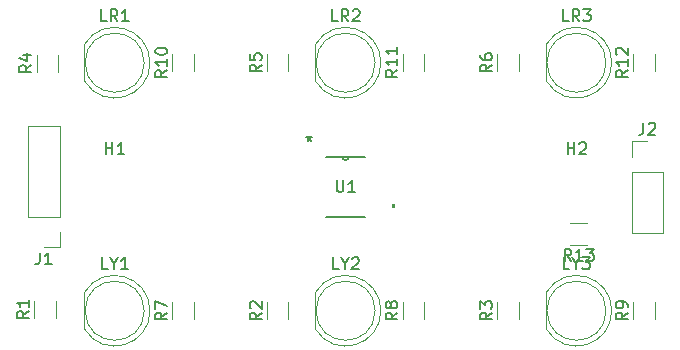
<source format=gbr>
%TF.GenerationSoftware,KiCad,Pcbnew,6.0.11-3.fc37*%
%TF.CreationDate,2023-02-25T11:33:27-07:00*%
%TF.ProjectId,lightPCB,6c696768-7450-4434-922e-6b696361645f,rev?*%
%TF.SameCoordinates,PX69db9c0PY6779420*%
%TF.FileFunction,Legend,Top*%
%TF.FilePolarity,Positive*%
%FSLAX46Y46*%
G04 Gerber Fmt 4.6, Leading zero omitted, Abs format (unit mm)*
G04 Created by KiCad (PCBNEW 6.0.11-3.fc37) date 2023-02-25 11:33:27*
%MOMM*%
%LPD*%
G01*
G04 APERTURE LIST*
%ADD10C,0.150000*%
%ADD11C,0.120000*%
%ADD12C,0.152400*%
G04 APERTURE END LIST*
D10*
%TO.C,R12*%
X53632380Y24857143D02*
X53156190Y24523810D01*
X53632380Y24285715D02*
X52632380Y24285715D01*
X52632380Y24666667D01*
X52680000Y24761905D01*
X52727619Y24809524D01*
X52822857Y24857143D01*
X52965714Y24857143D01*
X53060952Y24809524D01*
X53108571Y24761905D01*
X53156190Y24666667D01*
X53156190Y24285715D01*
X53632380Y25809524D02*
X53632380Y25238096D01*
X53632380Y25523810D02*
X52632380Y25523810D01*
X52775238Y25428572D01*
X52870476Y25333334D01*
X52918095Y25238096D01*
X52727619Y26190477D02*
X52680000Y26238096D01*
X52632380Y26333334D01*
X52632380Y26571429D01*
X52680000Y26666667D01*
X52727619Y26714286D01*
X52822857Y26761905D01*
X52918095Y26761905D01*
X53060952Y26714286D01*
X53632380Y26142858D01*
X53632380Y26761905D01*
%TO.C,LY2*%
X29149729Y8007620D02*
X28673539Y8007620D01*
X28673539Y9007620D01*
X29673539Y8483810D02*
X29673539Y8007620D01*
X29340206Y9007620D02*
X29673539Y8483810D01*
X30006872Y9007620D01*
X30292587Y8912381D02*
X30340206Y8960000D01*
X30435444Y9007620D01*
X30673539Y9007620D01*
X30768777Y8960000D01*
X30816396Y8912381D01*
X30864015Y8817143D01*
X30864015Y8721905D01*
X30816396Y8579048D01*
X30244968Y8007620D01*
X30864015Y8007620D01*
%TO.C,R9*%
X53632380Y4333334D02*
X53156190Y4000000D01*
X53632380Y3761905D02*
X52632380Y3761905D01*
X52632380Y4142858D01*
X52680000Y4238096D01*
X52727619Y4285715D01*
X52822857Y4333334D01*
X52965714Y4333334D01*
X53060952Y4285715D01*
X53108571Y4238096D01*
X53156190Y4142858D01*
X53156190Y3761905D01*
X53632380Y4809524D02*
X53632380Y5000000D01*
X53584761Y5095239D01*
X53537142Y5142858D01*
X53394285Y5238096D01*
X53203809Y5285715D01*
X52822857Y5285715D01*
X52727619Y5238096D01*
X52680000Y5190477D01*
X52632380Y5095239D01*
X52632380Y4904762D01*
X52680000Y4809524D01*
X52727619Y4761905D01*
X52822857Y4714286D01*
X53060952Y4714286D01*
X53156190Y4761905D01*
X53203809Y4809524D01*
X53251428Y4904762D01*
X53251428Y5095239D01*
X53203809Y5190477D01*
X53156190Y5238096D01*
X53060952Y5285715D01*
%TO.C,R1*%
X2932380Y4470834D02*
X2456190Y4137500D01*
X2932380Y3899405D02*
X1932380Y3899405D01*
X1932380Y4280358D01*
X1980000Y4375596D01*
X2027619Y4423215D01*
X2122857Y4470834D01*
X2265714Y4470834D01*
X2360952Y4423215D01*
X2408571Y4375596D01*
X2456190Y4280358D01*
X2456190Y3899405D01*
X2932380Y5423215D02*
X2932380Y4851786D01*
X2932380Y5137500D02*
X1932380Y5137500D01*
X2075238Y5042262D01*
X2170476Y4947024D01*
X2218095Y4851786D01*
%TO.C,LR2*%
X29078301Y29007620D02*
X28602110Y29007620D01*
X28602110Y30007620D01*
X29983063Y29007620D02*
X29649729Y29483810D01*
X29411634Y29007620D02*
X29411634Y30007620D01*
X29792587Y30007620D01*
X29887825Y29960000D01*
X29935444Y29912381D01*
X29983063Y29817143D01*
X29983063Y29674286D01*
X29935444Y29579048D01*
X29887825Y29531429D01*
X29792587Y29483810D01*
X29411634Y29483810D01*
X30364015Y29912381D02*
X30411634Y29960000D01*
X30506872Y30007620D01*
X30744968Y30007620D01*
X30840206Y29960000D01*
X30887825Y29912381D01*
X30935444Y29817143D01*
X30935444Y29721905D01*
X30887825Y29579048D01*
X30316396Y29007620D01*
X30935444Y29007620D01*
%TO.C,H1*%
X9438063Y17747620D02*
X9438063Y18747620D01*
X9438063Y18271429D02*
X10009491Y18271429D01*
X10009491Y17747620D02*
X10009491Y18747620D01*
X11009491Y17747620D02*
X10438063Y17747620D01*
X10723777Y17747620D02*
X10723777Y18747620D01*
X10628539Y18604762D01*
X10533301Y18509524D01*
X10438063Y18461905D01*
%TO.C,J2*%
X54966634Y20402620D02*
X54966634Y19688334D01*
X54919015Y19545477D01*
X54823777Y19450239D01*
X54680920Y19402620D01*
X54585682Y19402620D01*
X55395206Y20307381D02*
X55442825Y20355000D01*
X55538063Y20402620D01*
X55776158Y20402620D01*
X55871396Y20355000D01*
X55919015Y20307381D01*
X55966634Y20212143D01*
X55966634Y20116905D01*
X55919015Y19974048D01*
X55347587Y19402620D01*
X55966634Y19402620D01*
%TO.C,R11*%
X34132380Y24894643D02*
X33656190Y24561310D01*
X34132380Y24323215D02*
X33132380Y24323215D01*
X33132380Y24704167D01*
X33180000Y24799405D01*
X33227619Y24847024D01*
X33322857Y24894643D01*
X33465714Y24894643D01*
X33560952Y24847024D01*
X33608571Y24799405D01*
X33656190Y24704167D01*
X33656190Y24323215D01*
X34132380Y25847024D02*
X34132380Y25275596D01*
X34132380Y25561310D02*
X33132380Y25561310D01*
X33275238Y25466072D01*
X33370476Y25370834D01*
X33418095Y25275596D01*
X34132380Y26799405D02*
X34132380Y26227977D01*
X34132380Y26513691D02*
X33132380Y26513691D01*
X33275238Y26418453D01*
X33370476Y26323215D01*
X33418095Y26227977D01*
%TO.C,R7*%
X14632380Y4333334D02*
X14156190Y4000000D01*
X14632380Y3761905D02*
X13632380Y3761905D01*
X13632380Y4142858D01*
X13680000Y4238096D01*
X13727619Y4285715D01*
X13822857Y4333334D01*
X13965714Y4333334D01*
X14060952Y4285715D01*
X14108571Y4238096D01*
X14156190Y4142858D01*
X14156190Y3761905D01*
X13632380Y4666667D02*
X13632380Y5333334D01*
X14632380Y4904762D01*
%TO.C,LR3*%
X48628301Y29007620D02*
X48152110Y29007620D01*
X48152110Y30007620D01*
X49533063Y29007620D02*
X49199729Y29483810D01*
X48961634Y29007620D02*
X48961634Y30007620D01*
X49342587Y30007620D01*
X49437825Y29960000D01*
X49485444Y29912381D01*
X49533063Y29817143D01*
X49533063Y29674286D01*
X49485444Y29579048D01*
X49437825Y29531429D01*
X49342587Y29483810D01*
X48961634Y29483810D01*
X49866396Y30007620D02*
X50485444Y30007620D01*
X50152110Y29626667D01*
X50294968Y29626667D01*
X50390206Y29579048D01*
X50437825Y29531429D01*
X50485444Y29436191D01*
X50485444Y29198096D01*
X50437825Y29102858D01*
X50390206Y29055239D01*
X50294968Y29007620D01*
X50009253Y29007620D01*
X49914015Y29055239D01*
X49866396Y29102858D01*
%TO.C,R10*%
X14632380Y24857143D02*
X14156190Y24523810D01*
X14632380Y24285715D02*
X13632380Y24285715D01*
X13632380Y24666667D01*
X13680000Y24761905D01*
X13727619Y24809524D01*
X13822857Y24857143D01*
X13965714Y24857143D01*
X14060952Y24809524D01*
X14108571Y24761905D01*
X14156190Y24666667D01*
X14156190Y24285715D01*
X14632380Y25809524D02*
X14632380Y25238096D01*
X14632380Y25523810D02*
X13632380Y25523810D01*
X13775238Y25428572D01*
X13870476Y25333334D01*
X13918095Y25238096D01*
X13632380Y26428572D02*
X13632380Y26523810D01*
X13680000Y26619048D01*
X13727619Y26666667D01*
X13822857Y26714286D01*
X14013333Y26761905D01*
X14251428Y26761905D01*
X14441904Y26714286D01*
X14537142Y26666667D01*
X14584761Y26619048D01*
X14632380Y26523810D01*
X14632380Y26428572D01*
X14584761Y26333334D01*
X14537142Y26285715D01*
X14441904Y26238096D01*
X14251428Y26190477D01*
X14013333Y26190477D01*
X13822857Y26238096D01*
X13727619Y26285715D01*
X13680000Y26333334D01*
X13632380Y26428572D01*
%TO.C,R4*%
X3132380Y25283334D02*
X2656190Y24950000D01*
X3132380Y24711905D02*
X2132380Y24711905D01*
X2132380Y25092858D01*
X2180000Y25188096D01*
X2227619Y25235715D01*
X2322857Y25283334D01*
X2465714Y25283334D01*
X2560952Y25235715D01*
X2608571Y25188096D01*
X2656190Y25092858D01*
X2656190Y24711905D01*
X2465714Y26140477D02*
X3132380Y26140477D01*
X2084761Y25902381D02*
X2799047Y25664286D01*
X2799047Y26283334D01*
%TO.C,LR1*%
X9528301Y29007620D02*
X9052110Y29007620D01*
X9052110Y30007620D01*
X10433063Y29007620D02*
X10099729Y29483810D01*
X9861634Y29007620D02*
X9861634Y30007620D01*
X10242587Y30007620D01*
X10337825Y29960000D01*
X10385444Y29912381D01*
X10433063Y29817143D01*
X10433063Y29674286D01*
X10385444Y29579048D01*
X10337825Y29531429D01*
X10242587Y29483810D01*
X9861634Y29483810D01*
X11385444Y29007620D02*
X10814015Y29007620D01*
X11099729Y29007620D02*
X11099729Y30007620D01*
X11004491Y29864762D01*
X10909253Y29769524D01*
X10814015Y29721905D01*
%TO.C,R5*%
X22632380Y25333334D02*
X22156190Y25000000D01*
X22632380Y24761905D02*
X21632380Y24761905D01*
X21632380Y25142858D01*
X21680000Y25238096D01*
X21727619Y25285715D01*
X21822857Y25333334D01*
X21965714Y25333334D01*
X22060952Y25285715D01*
X22108571Y25238096D01*
X22156190Y25142858D01*
X22156190Y24761905D01*
X21632380Y26238096D02*
X21632380Y25761905D01*
X22108571Y25714286D01*
X22060952Y25761905D01*
X22013333Y25857143D01*
X22013333Y26095239D01*
X22060952Y26190477D01*
X22108571Y26238096D01*
X22203809Y26285715D01*
X22441904Y26285715D01*
X22537142Y26238096D01*
X22584761Y26190477D01*
X22632380Y26095239D01*
X22632380Y25857143D01*
X22584761Y25761905D01*
X22537142Y25714286D01*
%TO.C,H2*%
X48538063Y17747620D02*
X48538063Y18747620D01*
X48538063Y18271429D02*
X49109491Y18271429D01*
X49109491Y17747620D02*
X49109491Y18747620D01*
X49538063Y18652381D02*
X49585682Y18700000D01*
X49680920Y18747620D01*
X49919015Y18747620D01*
X50014253Y18700000D01*
X50061872Y18652381D01*
X50109491Y18557143D01*
X50109491Y18461905D01*
X50061872Y18319048D01*
X49490444Y17747620D01*
X50109491Y17747620D01*
%TO.C,R13*%
X48857142Y8727620D02*
X48523809Y9203810D01*
X48285714Y8727620D02*
X48285714Y9727620D01*
X48666666Y9727620D01*
X48761904Y9680000D01*
X48809523Y9632381D01*
X48857142Y9537143D01*
X48857142Y9394286D01*
X48809523Y9299048D01*
X48761904Y9251429D01*
X48666666Y9203810D01*
X48285714Y9203810D01*
X49809523Y8727620D02*
X49238095Y8727620D01*
X49523809Y8727620D02*
X49523809Y9727620D01*
X49428571Y9584762D01*
X49333333Y9489524D01*
X49238095Y9441905D01*
X50142857Y9727620D02*
X50761904Y9727620D01*
X50428571Y9346667D01*
X50571428Y9346667D01*
X50666666Y9299048D01*
X50714285Y9251429D01*
X50761904Y9156191D01*
X50761904Y8918096D01*
X50714285Y8822858D01*
X50666666Y8775239D01*
X50571428Y8727620D01*
X50285714Y8727620D01*
X50190476Y8775239D01*
X50142857Y8822858D01*
%TO.C,R3*%
X42132380Y4333334D02*
X41656190Y4000000D01*
X42132380Y3761905D02*
X41132380Y3761905D01*
X41132380Y4142858D01*
X41180000Y4238096D01*
X41227619Y4285715D01*
X41322857Y4333334D01*
X41465714Y4333334D01*
X41560952Y4285715D01*
X41608571Y4238096D01*
X41656190Y4142858D01*
X41656190Y3761905D01*
X41132380Y4666667D02*
X41132380Y5285715D01*
X41513333Y4952381D01*
X41513333Y5095239D01*
X41560952Y5190477D01*
X41608571Y5238096D01*
X41703809Y5285715D01*
X41941904Y5285715D01*
X42037142Y5238096D01*
X42084761Y5190477D01*
X42132380Y5095239D01*
X42132380Y4809524D01*
X42084761Y4714286D01*
X42037142Y4666667D01*
%TO.C,J1*%
X3866634Y9417620D02*
X3866634Y8703334D01*
X3819015Y8560477D01*
X3723777Y8465239D01*
X3580920Y8417620D01*
X3485682Y8417620D01*
X4866634Y8417620D02*
X4295206Y8417620D01*
X4580920Y8417620D02*
X4580920Y9417620D01*
X4485682Y9274762D01*
X4390444Y9179524D01*
X4295206Y9131905D01*
%TO.C,R2*%
X22632380Y4333334D02*
X22156190Y4000000D01*
X22632380Y3761905D02*
X21632380Y3761905D01*
X21632380Y4142858D01*
X21680000Y4238096D01*
X21727619Y4285715D01*
X21822857Y4333334D01*
X21965714Y4333334D01*
X22060952Y4285715D01*
X22108571Y4238096D01*
X22156190Y4142858D01*
X22156190Y3761905D01*
X21727619Y4714286D02*
X21680000Y4761905D01*
X21632380Y4857143D01*
X21632380Y5095239D01*
X21680000Y5190477D01*
X21727619Y5238096D01*
X21822857Y5285715D01*
X21918095Y5285715D01*
X22060952Y5238096D01*
X22632380Y4666667D01*
X22632380Y5285715D01*
%TO.C,U1*%
X28983063Y15547620D02*
X28983063Y14738096D01*
X29030682Y14642858D01*
X29078301Y14595239D01*
X29173539Y14547620D01*
X29364015Y14547620D01*
X29459253Y14595239D01*
X29506872Y14642858D01*
X29554491Y14738096D01*
X29554491Y15547620D01*
X30554491Y14547620D02*
X29983063Y14547620D01*
X30268777Y14547620D02*
X30268777Y15547620D01*
X30173539Y15404762D01*
X30078301Y15309524D01*
X29983063Y15261905D01*
X26671568Y19321221D02*
X26671568Y19083125D01*
X26433472Y19178363D02*
X26671568Y19083125D01*
X26909663Y19178363D01*
X26528710Y18892649D02*
X26671568Y19083125D01*
X26814425Y18892649D01*
X26671568Y19321221D02*
X26671568Y19083125D01*
X26433472Y19178363D02*
X26671568Y19083125D01*
X26909663Y19178363D01*
X26528710Y18892649D02*
X26671568Y19083125D01*
X26814425Y18892649D01*
%TO.C,R6*%
X42132380Y25333334D02*
X41656190Y25000000D01*
X42132380Y24761905D02*
X41132380Y24761905D01*
X41132380Y25142858D01*
X41180000Y25238096D01*
X41227619Y25285715D01*
X41322857Y25333334D01*
X41465714Y25333334D01*
X41560952Y25285715D01*
X41608571Y25238096D01*
X41656190Y25142858D01*
X41656190Y24761905D01*
X41132380Y26190477D02*
X41132380Y26000000D01*
X41180000Y25904762D01*
X41227619Y25857143D01*
X41370476Y25761905D01*
X41560952Y25714286D01*
X41941904Y25714286D01*
X42037142Y25761905D01*
X42084761Y25809524D01*
X42132380Y25904762D01*
X42132380Y26095239D01*
X42084761Y26190477D01*
X42037142Y26238096D01*
X41941904Y26285715D01*
X41703809Y26285715D01*
X41608571Y26238096D01*
X41560952Y26190477D01*
X41513333Y26095239D01*
X41513333Y25904762D01*
X41560952Y25809524D01*
X41608571Y25761905D01*
X41703809Y25714286D01*
%TO.C,LY3*%
X48699729Y8007620D02*
X48223539Y8007620D01*
X48223539Y9007620D01*
X49223539Y8483810D02*
X49223539Y8007620D01*
X48890206Y9007620D02*
X49223539Y8483810D01*
X49556872Y9007620D01*
X49794968Y9007620D02*
X50414015Y9007620D01*
X50080682Y8626667D01*
X50223539Y8626667D01*
X50318777Y8579048D01*
X50366396Y8531429D01*
X50414015Y8436191D01*
X50414015Y8198096D01*
X50366396Y8102858D01*
X50318777Y8055239D01*
X50223539Y8007620D01*
X49937825Y8007620D01*
X49842587Y8055239D01*
X49794968Y8102858D01*
%TO.C,R8*%
X34132380Y4333334D02*
X33656190Y4000000D01*
X34132380Y3761905D02*
X33132380Y3761905D01*
X33132380Y4142858D01*
X33180000Y4238096D01*
X33227619Y4285715D01*
X33322857Y4333334D01*
X33465714Y4333334D01*
X33560952Y4285715D01*
X33608571Y4238096D01*
X33656190Y4142858D01*
X33656190Y3761905D01*
X33560952Y4904762D02*
X33513333Y4809524D01*
X33465714Y4761905D01*
X33370476Y4714286D01*
X33322857Y4714286D01*
X33227619Y4761905D01*
X33180000Y4809524D01*
X33132380Y4904762D01*
X33132380Y5095239D01*
X33180000Y5190477D01*
X33227619Y5238096D01*
X33322857Y5285715D01*
X33370476Y5285715D01*
X33465714Y5238096D01*
X33513333Y5190477D01*
X33560952Y5095239D01*
X33560952Y4904762D01*
X33608571Y4809524D01*
X33656190Y4761905D01*
X33751428Y4714286D01*
X33941904Y4714286D01*
X34037142Y4761905D01*
X34084761Y4809524D01*
X34132380Y4904762D01*
X34132380Y5095239D01*
X34084761Y5190477D01*
X34037142Y5238096D01*
X33941904Y5285715D01*
X33751428Y5285715D01*
X33656190Y5238096D01*
X33608571Y5190477D01*
X33560952Y5095239D01*
%TO.C,LY1*%
X9599729Y8007620D02*
X9123539Y8007620D01*
X9123539Y9007620D01*
X10123539Y8483810D02*
X10123539Y8007620D01*
X9790206Y9007620D02*
X10123539Y8483810D01*
X10456872Y9007620D01*
X11314015Y8007620D02*
X10742587Y8007620D01*
X11028301Y8007620D02*
X11028301Y9007620D01*
X10933063Y8864762D01*
X10837825Y8769524D01*
X10742587Y8721905D01*
D11*
%TO.C,R12*%
X55910000Y24772936D02*
X55910000Y26227064D01*
X54090000Y24772936D02*
X54090000Y26227064D01*
%TO.C,LY2*%
X27184968Y6045000D02*
X27184968Y2955000D01*
X32734968Y4499538D02*
G75*
G03*
X27184968Y6044830I-2990000J462D01*
G01*
X27184968Y2955170D02*
G75*
G03*
X32734968Y4500462I2560000J1544830D01*
G01*
X32244968Y4500000D02*
G75*
G03*
X32244968Y4500000I-2500000J0D01*
G01*
%TO.C,R9*%
X55910000Y3772936D02*
X55910000Y5227064D01*
X54090000Y3772936D02*
X54090000Y5227064D01*
%TO.C,R1*%
X3390000Y3910436D02*
X3390000Y5364564D01*
X5210000Y3910436D02*
X5210000Y5364564D01*
%TO.C,LR2*%
X27184968Y27045000D02*
X27184968Y23955000D01*
X32734968Y25499538D02*
G75*
G03*
X27184968Y27044830I-2990000J462D01*
G01*
X27184968Y23955170D02*
G75*
G03*
X32734968Y25500462I2560000J1544830D01*
G01*
X32244968Y25500000D02*
G75*
G03*
X32244968Y25500000I-2500000J0D01*
G01*
%TO.C,J2*%
X53969968Y18855000D02*
X55299968Y18855000D01*
X53969968Y11115000D02*
X56629968Y11115000D01*
X56629968Y16255000D02*
X56629968Y11115000D01*
X53969968Y16255000D02*
X53969968Y11115000D01*
X53969968Y17525000D02*
X53969968Y18855000D01*
X53969968Y16255000D02*
X56629968Y16255000D01*
%TO.C,R11*%
X36410000Y24810436D02*
X36410000Y26264564D01*
X34590000Y24810436D02*
X34590000Y26264564D01*
%TO.C,R7*%
X16910000Y3772936D02*
X16910000Y5227064D01*
X15090000Y3772936D02*
X15090000Y5227064D01*
%TO.C,LR3*%
X46734968Y27045000D02*
X46734968Y23955000D01*
X46734968Y23955170D02*
G75*
G03*
X52284968Y25500462I2560000J1544830D01*
G01*
X52284968Y25499538D02*
G75*
G03*
X46734968Y27044830I-2990000J462D01*
G01*
X51794968Y25500000D02*
G75*
G03*
X51794968Y25500000I-2500000J0D01*
G01*
%TO.C,R10*%
X16910000Y24772936D02*
X16910000Y26227064D01*
X15090000Y24772936D02*
X15090000Y26227064D01*
%TO.C,R4*%
X3590000Y24722936D02*
X3590000Y26177064D01*
X5410000Y24722936D02*
X5410000Y26177064D01*
%TO.C,LR1*%
X7634968Y27045000D02*
X7634968Y23955000D01*
X13184968Y25499538D02*
G75*
G03*
X7634968Y27044830I-2990000J462D01*
G01*
X7634968Y23955170D02*
G75*
G03*
X13184968Y25500462I2560000J1544830D01*
G01*
X12694968Y25500000D02*
G75*
G03*
X12694968Y25500000I-2500000J0D01*
G01*
%TO.C,R5*%
X24910000Y24772936D02*
X24910000Y26227064D01*
X23090000Y24772936D02*
X23090000Y26227064D01*
%TO.C,R13*%
X50227064Y11910000D02*
X48772936Y11910000D01*
X50227064Y10090000D02*
X48772936Y10090000D01*
%TO.C,R3*%
X44410000Y3772936D02*
X44410000Y5227064D01*
X42590000Y3772936D02*
X42590000Y5227064D01*
%TO.C,J1*%
X2869968Y12470000D02*
X2869968Y20150000D01*
X5529968Y12470000D02*
X5529968Y20150000D01*
X5529968Y9870000D02*
X4199968Y9870000D01*
X5529968Y11200000D02*
X5529968Y9870000D01*
X5529968Y20150000D02*
X2869968Y20150000D01*
X5529968Y12470000D02*
X2869968Y12470000D01*
%TO.C,R2*%
X23090000Y3772936D02*
X23090000Y5227064D01*
X24910000Y3772936D02*
X24910000Y5227064D01*
D12*
%TO.C,U1*%
X28081157Y12447300D02*
X31408779Y12447300D01*
X31408779Y17552700D02*
X28081157Y17552700D01*
X29440168Y17552700D02*
G75*
G03*
X30049768Y17552700I304800J0D01*
G01*
G36*
X33910568Y13184499D02*
G01*
X33656568Y13184499D01*
X33656568Y13565499D01*
X33910568Y13565499D01*
X33910568Y13184499D01*
G37*
D11*
%TO.C,R6*%
X42590000Y24772936D02*
X42590000Y26227064D01*
X44410000Y24772936D02*
X44410000Y26227064D01*
%TO.C,LY3*%
X46734968Y6045000D02*
X46734968Y2955000D01*
X52284968Y4499538D02*
G75*
G03*
X46734968Y6044830I-2990000J462D01*
G01*
X46734968Y2955170D02*
G75*
G03*
X52284968Y4500462I2560000J1544830D01*
G01*
X51794968Y4500000D02*
G75*
G03*
X51794968Y4500000I-2500000J0D01*
G01*
%TO.C,R8*%
X36410000Y3772936D02*
X36410000Y5227064D01*
X34590000Y3772936D02*
X34590000Y5227064D01*
%TO.C,LY1*%
X7634968Y6045000D02*
X7634968Y2955000D01*
X7634968Y2955170D02*
G75*
G03*
X13184968Y4500462I2560000J1544830D01*
G01*
X13184968Y4499538D02*
G75*
G03*
X7634968Y6044830I-2990000J462D01*
G01*
X12694968Y4500000D02*
G75*
G03*
X12694968Y4500000I-2500000J0D01*
G01*
%TD*%
M02*

</source>
